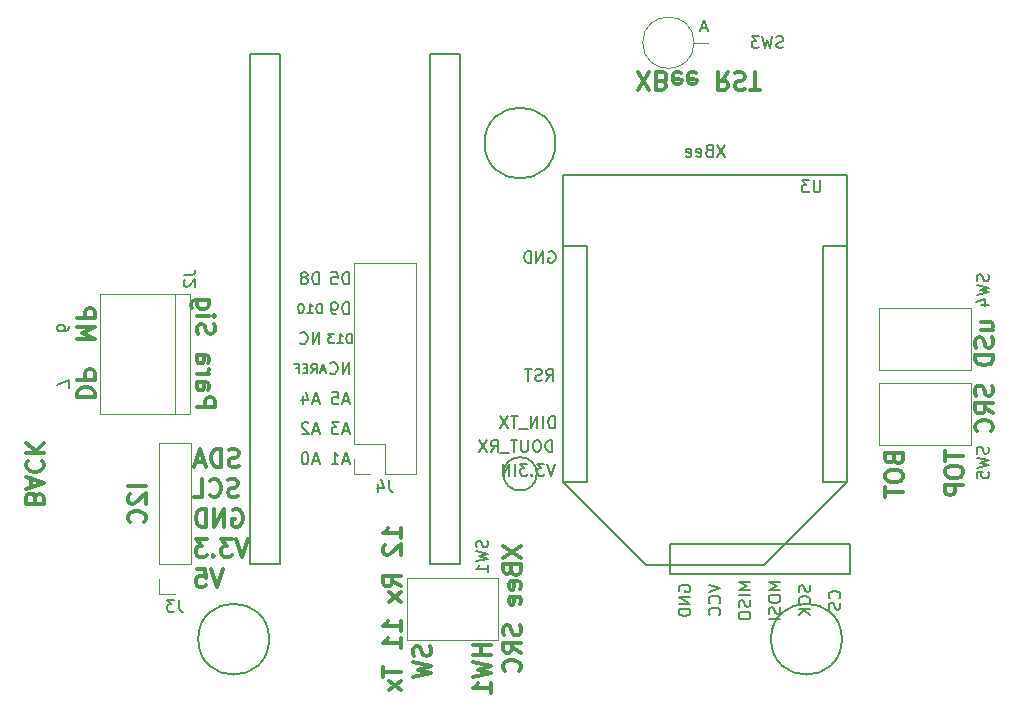
<source format=gbr>
G04 #@! TF.GenerationSoftware,KiCad,Pcbnew,(5.0.0)*
G04 #@! TF.CreationDate,2018-08-26T02:27:25+09:00*
G04 #@! TF.ProjectId,core,636F72652E6B696361645F7063620000,rev?*
G04 #@! TF.SameCoordinates,Original*
G04 #@! TF.FileFunction,Legend,Bot*
G04 #@! TF.FilePolarity,Positive*
%FSLAX46Y46*%
G04 Gerber Fmt 4.6, Leading zero omitted, Abs format (unit mm)*
G04 Created by KiCad (PCBNEW (5.0.0)) date 08/26/18 02:27:25*
%MOMM*%
%LPD*%
G01*
G04 APERTURE LIST*
%ADD10C,0.200000*%
%ADD11C,0.300000*%
%ADD12C,0.150000*%
%ADD13C,0.120000*%
G04 APERTURE END LIST*
D10*
X-14501904Y13517619D02*
X-14501904Y14517619D01*
X-14740000Y14517619D01*
X-14882857Y14470000D01*
X-14978095Y14374761D01*
X-15025714Y14279523D01*
X-15073333Y14089047D01*
X-15073333Y13946190D01*
X-15025714Y13755714D01*
X-14978095Y13660476D01*
X-14882857Y13565238D01*
X-14740000Y13517619D01*
X-14501904Y13517619D01*
X-15549523Y13517619D02*
X-15740000Y13517619D01*
X-15835238Y13565238D01*
X-15882857Y13612857D01*
X-15978095Y13755714D01*
X-16025714Y13946190D01*
X-16025714Y14327142D01*
X-15978095Y14422380D01*
X-15930476Y14470000D01*
X-15835238Y14517619D01*
X-15644761Y14517619D01*
X-15549523Y14470000D01*
X-15501904Y14422380D01*
X-15454285Y14327142D01*
X-15454285Y14089047D01*
X-15501904Y13993809D01*
X-15549523Y13946190D01*
X-15644761Y13898571D01*
X-15835238Y13898571D01*
X-15930476Y13946190D01*
X-15978095Y13993809D01*
X-16025714Y14089047D01*
X-14501904Y16057619D02*
X-14501904Y17057619D01*
X-14740000Y17057619D01*
X-14882857Y17010000D01*
X-14978095Y16914761D01*
X-15025714Y16819523D01*
X-15073333Y16629047D01*
X-15073333Y16486190D01*
X-15025714Y16295714D01*
X-14978095Y16200476D01*
X-14882857Y16105238D01*
X-14740000Y16057619D01*
X-14501904Y16057619D01*
X-15978095Y17057619D02*
X-15501904Y17057619D01*
X-15454285Y16581428D01*
X-15501904Y16629047D01*
X-15597142Y16676666D01*
X-15835238Y16676666D01*
X-15930476Y16629047D01*
X-15978095Y16581428D01*
X-16025714Y16486190D01*
X-16025714Y16248095D01*
X-15978095Y16152857D01*
X-15930476Y16105238D01*
X-15835238Y16057619D01*
X-15597142Y16057619D01*
X-15501904Y16105238D01*
X-15454285Y16152857D01*
X-17041904Y16057619D02*
X-17041904Y17057619D01*
X-17280000Y17057619D01*
X-17422857Y17010000D01*
X-17518095Y16914761D01*
X-17565714Y16819523D01*
X-17613333Y16629047D01*
X-17613333Y16486190D01*
X-17565714Y16295714D01*
X-17518095Y16200476D01*
X-17422857Y16105238D01*
X-17280000Y16057619D01*
X-17041904Y16057619D01*
X-18184761Y16629047D02*
X-18089523Y16676666D01*
X-18041904Y16724285D01*
X-17994285Y16819523D01*
X-17994285Y16867142D01*
X-18041904Y16962380D01*
X-18089523Y17010000D01*
X-18184761Y17057619D01*
X-18375238Y17057619D01*
X-18470476Y17010000D01*
X-18518095Y16962380D01*
X-18565714Y16867142D01*
X-18565714Y16819523D01*
X-18518095Y16724285D01*
X-18470476Y16676666D01*
X-18375238Y16629047D01*
X-18184761Y16629047D01*
X-18089523Y16581428D01*
X-18041904Y16533809D01*
X-17994285Y16438571D01*
X-17994285Y16248095D01*
X-18041904Y16152857D01*
X-18089523Y16105238D01*
X-18184761Y16057619D01*
X-18375238Y16057619D01*
X-18470476Y16105238D01*
X-18518095Y16152857D01*
X-18565714Y16248095D01*
X-18565714Y16438571D01*
X-18518095Y16533809D01*
X-18470476Y16581428D01*
X-18375238Y16629047D01*
X-14268571Y11068095D02*
X-14268571Y11868095D01*
X-14459047Y11868095D01*
X-14573333Y11830000D01*
X-14649523Y11753809D01*
X-14687619Y11677619D01*
X-14725714Y11525238D01*
X-14725714Y11410952D01*
X-14687619Y11258571D01*
X-14649523Y11182380D01*
X-14573333Y11106190D01*
X-14459047Y11068095D01*
X-14268571Y11068095D01*
X-15487619Y11068095D02*
X-15030476Y11068095D01*
X-15259047Y11068095D02*
X-15259047Y11868095D01*
X-15182857Y11753809D01*
X-15106666Y11677619D01*
X-15030476Y11639523D01*
X-15754285Y11868095D02*
X-16249523Y11868095D01*
X-15982857Y11563333D01*
X-16097142Y11563333D01*
X-16173333Y11525238D01*
X-16211428Y11487142D01*
X-16249523Y11410952D01*
X-16249523Y11220476D01*
X-16211428Y11144285D01*
X-16173333Y11106190D01*
X-16097142Y11068095D01*
X-15868571Y11068095D01*
X-15792380Y11106190D01*
X-15754285Y11144285D01*
X-14454285Y8437619D02*
X-14454285Y9437619D01*
X-15025714Y8437619D01*
X-15025714Y9437619D01*
X-16073333Y8532857D02*
X-16025714Y8485238D01*
X-15882857Y8437619D01*
X-15787619Y8437619D01*
X-15644761Y8485238D01*
X-15549523Y8580476D01*
X-15501904Y8675714D01*
X-15454285Y8866190D01*
X-15454285Y9009047D01*
X-15501904Y9199523D01*
X-15549523Y9294761D01*
X-15644761Y9390000D01*
X-15787619Y9437619D01*
X-15882857Y9437619D01*
X-16025714Y9390000D01*
X-16073333Y9342380D01*
X-16994285Y10977619D02*
X-16994285Y11977619D01*
X-17565714Y10977619D01*
X-17565714Y11977619D01*
X-18613333Y11072857D02*
X-18565714Y11025238D01*
X-18422857Y10977619D01*
X-18327619Y10977619D01*
X-18184761Y11025238D01*
X-18089523Y11120476D01*
X-18041904Y11215714D01*
X-17994285Y11406190D01*
X-17994285Y11549047D01*
X-18041904Y11739523D01*
X-18089523Y11834761D01*
X-18184761Y11930000D01*
X-18327619Y11977619D01*
X-18422857Y11977619D01*
X-18565714Y11930000D01*
X-18613333Y11882380D01*
X-16808571Y13608095D02*
X-16808571Y14408095D01*
X-16999047Y14408095D01*
X-17113333Y14370000D01*
X-17189523Y14293809D01*
X-17227619Y14217619D01*
X-17265714Y14065238D01*
X-17265714Y13950952D01*
X-17227619Y13798571D01*
X-17189523Y13722380D01*
X-17113333Y13646190D01*
X-16999047Y13608095D01*
X-16808571Y13608095D01*
X-18027619Y13608095D02*
X-17570476Y13608095D01*
X-17799047Y13608095D02*
X-17799047Y14408095D01*
X-17722857Y14293809D01*
X-17646666Y14217619D01*
X-17570476Y14179523D01*
X-18522857Y14408095D02*
X-18599047Y14408095D01*
X-18675238Y14370000D01*
X-18713333Y14331904D01*
X-18751428Y14255714D01*
X-18789523Y14103333D01*
X-18789523Y13912857D01*
X-18751428Y13760476D01*
X-18713333Y13684285D01*
X-18675238Y13646190D01*
X-18599047Y13608095D01*
X-18522857Y13608095D01*
X-18446666Y13646190D01*
X-18408571Y13684285D01*
X-18370476Y13760476D01*
X-18332380Y13912857D01*
X-18332380Y14103333D01*
X-18370476Y14255714D01*
X-18408571Y14331904D01*
X-18446666Y14370000D01*
X-18522857Y14408095D01*
X-16484761Y8756666D02*
X-16865714Y8756666D01*
X-16408571Y8528095D02*
X-16675238Y9328095D01*
X-16941904Y8528095D01*
X-17665714Y8528095D02*
X-17399047Y8909047D01*
X-17208571Y8528095D02*
X-17208571Y9328095D01*
X-17513333Y9328095D01*
X-17589523Y9290000D01*
X-17627619Y9251904D01*
X-17665714Y9175714D01*
X-17665714Y9061428D01*
X-17627619Y8985238D01*
X-17589523Y8947142D01*
X-17513333Y8909047D01*
X-17208571Y8909047D01*
X-18008571Y8947142D02*
X-18275238Y8947142D01*
X-18389523Y8528095D02*
X-18008571Y8528095D01*
X-18008571Y9328095D01*
X-18389523Y9328095D01*
X-18999047Y8947142D02*
X-18732380Y8947142D01*
X-18732380Y8528095D02*
X-18732380Y9328095D01*
X-19113333Y9328095D01*
D11*
X-25173571Y-8068571D02*
X-25673571Y-9568571D01*
X-26173571Y-8068571D01*
X-27387857Y-8068571D02*
X-26673571Y-8068571D01*
X-26602142Y-8782857D01*
X-26673571Y-8711428D01*
X-26816428Y-8640000D01*
X-27173571Y-8640000D01*
X-27316428Y-8711428D01*
X-27387857Y-8782857D01*
X-27459285Y-8925714D01*
X-27459285Y-9282857D01*
X-27387857Y-9425714D01*
X-27316428Y-9497142D01*
X-27173571Y-9568571D01*
X-26816428Y-9568571D01*
X-26673571Y-9497142D01*
X-26602142Y-9425714D01*
D10*
X-38187380Y12542808D02*
X-38187380Y12352332D01*
X-38235000Y12257093D01*
X-38282619Y12209474D01*
X-38425476Y12114236D01*
X-38615952Y12066617D01*
X-38996904Y12066617D01*
X-39092142Y12114236D01*
X-39139761Y12161855D01*
X-39187380Y12257093D01*
X-39187380Y12447570D01*
X-39139761Y12542808D01*
X-39092142Y12590427D01*
X-38996904Y12638046D01*
X-38758809Y12638046D01*
X-38663571Y12590427D01*
X-38615952Y12542808D01*
X-38568333Y12447570D01*
X-38568333Y12257093D01*
X-38615952Y12161855D01*
X-38663571Y12114236D01*
X-38758809Y12066617D01*
X-38187380Y7286666D02*
X-38187380Y7953333D01*
X-39187380Y7524761D01*
X3000000Y28000000D02*
G75*
G03X3000000Y28000000I-3000000J0D01*
G01*
X27248711Y-13999999D02*
G75*
G03X27248711Y-13999999I-3000000J0D01*
G01*
X-21248711Y-13999999D02*
G75*
G03X-21248711Y-13999999I-3000000J0D01*
G01*
X-14525714Y6183333D02*
X-15001904Y6183333D01*
X-14430476Y5897619D02*
X-14763809Y6897619D01*
X-15097142Y5897619D01*
X-15906666Y6897619D02*
X-15430476Y6897619D01*
X-15382857Y6421428D01*
X-15430476Y6469047D01*
X-15525714Y6516666D01*
X-15763809Y6516666D01*
X-15859047Y6469047D01*
X-15906666Y6421428D01*
X-15954285Y6326190D01*
X-15954285Y6088095D01*
X-15906666Y5992857D01*
X-15859047Y5945238D01*
X-15763809Y5897619D01*
X-15525714Y5897619D01*
X-15430476Y5945238D01*
X-15382857Y5992857D01*
X-17065714Y6183333D02*
X-17541904Y6183333D01*
X-16970476Y5897619D02*
X-17303809Y6897619D01*
X-17637142Y5897619D01*
X-18399047Y6564285D02*
X-18399047Y5897619D01*
X-18160952Y6945238D02*
X-17922857Y6230952D01*
X-18541904Y6230952D01*
X-17065714Y3643333D02*
X-17541904Y3643333D01*
X-16970476Y3357619D02*
X-17303809Y4357619D01*
X-17637142Y3357619D01*
X-17922857Y4262380D02*
X-17970476Y4310000D01*
X-18065714Y4357619D01*
X-18303809Y4357619D01*
X-18399047Y4310000D01*
X-18446666Y4262380D01*
X-18494285Y4167142D01*
X-18494285Y4071904D01*
X-18446666Y3929047D01*
X-17875238Y3357619D01*
X-18494285Y3357619D01*
X-14525714Y3643333D02*
X-15001904Y3643333D01*
X-14430476Y3357619D02*
X-14763809Y4357619D01*
X-15097142Y3357619D01*
X-15335238Y4357619D02*
X-15954285Y4357619D01*
X-15620952Y3976666D01*
X-15763809Y3976666D01*
X-15859047Y3929047D01*
X-15906666Y3881428D01*
X-15954285Y3786190D01*
X-15954285Y3548095D01*
X-15906666Y3452857D01*
X-15859047Y3405238D01*
X-15763809Y3357619D01*
X-15478095Y3357619D01*
X-15382857Y3405238D01*
X-15335238Y3452857D01*
X-14525714Y1103333D02*
X-15001904Y1103333D01*
X-14430476Y817619D02*
X-14763809Y1817619D01*
X-15097142Y817619D01*
X-15954285Y817619D02*
X-15382857Y817619D01*
X-15668571Y817619D02*
X-15668571Y1817619D01*
X-15573333Y1674761D01*
X-15478095Y1579523D01*
X-15382857Y1531904D01*
X-17065714Y1103333D02*
X-17541904Y1103333D01*
X-16970476Y817619D02*
X-17303809Y1817619D01*
X-17637142Y817619D01*
X-18160952Y1817619D02*
X-18256190Y1817619D01*
X-18351428Y1770000D01*
X-18399047Y1722380D01*
X-18446666Y1627142D01*
X-18494285Y1436666D01*
X-18494285Y1198571D01*
X-18446666Y1008095D01*
X-18399047Y912857D01*
X-18351428Y865238D01*
X-18256190Y817619D01*
X-18160952Y817619D01*
X-18065714Y865238D01*
X-18018095Y912857D01*
X-17970476Y1008095D01*
X-17922857Y1198571D01*
X-17922857Y1436666D01*
X-17970476Y1627142D01*
X-18018095Y1722380D01*
X-18065714Y1770000D01*
X-18160952Y1817619D01*
D11*
X-41040857Y-2035714D02*
X-41112285Y-1821428D01*
X-41183714Y-1750000D01*
X-41326571Y-1678571D01*
X-41540857Y-1678571D01*
X-41683714Y-1750000D01*
X-41755142Y-1821428D01*
X-41826571Y-1964285D01*
X-41826571Y-2535714D01*
X-40326571Y-2535714D01*
X-40326571Y-2035714D01*
X-40398000Y-1892857D01*
X-40469428Y-1821428D01*
X-40612285Y-1750000D01*
X-40755142Y-1750000D01*
X-40898000Y-1821428D01*
X-40969428Y-1892857D01*
X-41040857Y-2035714D01*
X-41040857Y-2535714D01*
X-41398000Y-1107142D02*
X-41398000Y-392857D01*
X-41826571Y-1249999D02*
X-40326571Y-750000D01*
X-41826571Y-249999D01*
X-41683714Y1107142D02*
X-41755142Y1035714D01*
X-41826571Y821428D01*
X-41826571Y678571D01*
X-41755142Y464285D01*
X-41612285Y321428D01*
X-41469428Y250000D01*
X-41183714Y178571D01*
X-40969428Y178571D01*
X-40683714Y249999D01*
X-40540857Y321428D01*
X-40398000Y464285D01*
X-40326571Y678571D01*
X-40326571Y821428D01*
X-40398000Y1035714D01*
X-40469428Y1107142D01*
X-41826571Y1750000D02*
X-40326571Y1749999D01*
X-41826571Y2607142D02*
X-40969428Y1964285D01*
X-40326571Y2607142D02*
X-41183714Y1750000D01*
X9957142Y32503571D02*
X10957142Y34003571D01*
X10957142Y32503571D02*
X9957142Y34003571D01*
X12028571Y33217857D02*
X12242857Y33289285D01*
X12314285Y33360714D01*
X12385714Y33503571D01*
X12385714Y33717857D01*
X12314285Y33860714D01*
X12242857Y33932142D01*
X12100000Y34003571D01*
X11528571Y34003571D01*
X11528571Y32503571D01*
X12028571Y32503571D01*
X12171428Y32575000D01*
X12242857Y32646428D01*
X12314285Y32789285D01*
X12314285Y32932142D01*
X12242857Y33075000D01*
X12171428Y33146428D01*
X12028571Y33217857D01*
X11528571Y33217857D01*
X13600000Y33932142D02*
X13457142Y34003571D01*
X13171428Y34003571D01*
X13028571Y33932142D01*
X12957142Y33789285D01*
X12957142Y33217857D01*
X13028571Y33075000D01*
X13171428Y33003571D01*
X13457142Y33003571D01*
X13600000Y33075000D01*
X13671428Y33217857D01*
X13671428Y33360714D01*
X12957142Y33503571D01*
X14885714Y33932142D02*
X14742857Y34003571D01*
X14457142Y34003571D01*
X14314285Y33932142D01*
X14242857Y33789285D01*
X14242857Y33217857D01*
X14314285Y33075000D01*
X14457142Y33003571D01*
X14742857Y33003571D01*
X14885714Y33075000D01*
X14957142Y33217857D01*
X14957142Y33360714D01*
X14242857Y33503571D01*
X17600000Y34003571D02*
X17100000Y33289285D01*
X16742857Y34003571D02*
X16742857Y32503571D01*
X17314285Y32503571D01*
X17457142Y32575000D01*
X17528571Y32646428D01*
X17600000Y32789285D01*
X17600000Y33003571D01*
X17528571Y33146428D01*
X17457142Y33217857D01*
X17314285Y33289285D01*
X16742857Y33289285D01*
X18171428Y33932142D02*
X18385714Y34003571D01*
X18742857Y34003571D01*
X18885714Y33932142D01*
X18957142Y33860714D01*
X19028571Y33717857D01*
X19028571Y33575000D01*
X18957142Y33432142D01*
X18885714Y33360714D01*
X18742857Y33289285D01*
X18457142Y33217857D01*
X18314285Y33146428D01*
X18242857Y33075000D01*
X18171428Y32932142D01*
X18171428Y32789285D01*
X18242857Y32646428D01*
X18314285Y32575000D01*
X18457142Y32503571D01*
X18814285Y32503571D01*
X19028571Y32575000D01*
X19457142Y32503571D02*
X20314285Y32503571D01*
X19885714Y34003571D02*
X19885714Y32503571D01*
X-10116428Y-5465714D02*
X-10116428Y-4608571D01*
X-10116428Y-5037142D02*
X-11616428Y-5037142D01*
X-11402142Y-4894285D01*
X-11259285Y-4751428D01*
X-11187857Y-4608571D01*
X-11473571Y-6037142D02*
X-11545000Y-6108571D01*
X-11616428Y-6251428D01*
X-11616428Y-6608571D01*
X-11545000Y-6751428D01*
X-11473571Y-6822857D01*
X-11330714Y-6894285D01*
X-11187857Y-6894285D01*
X-10973571Y-6822857D01*
X-10116428Y-5965714D01*
X-10116428Y-6894285D01*
X-10116428Y-9537142D02*
X-10830714Y-9037142D01*
X-10116428Y-8679999D02*
X-11616428Y-8679999D01*
X-11616428Y-9251428D01*
X-11545000Y-9394285D01*
X-11473571Y-9465714D01*
X-11330714Y-9537142D01*
X-11116428Y-9537142D01*
X-10973571Y-9465714D01*
X-10902142Y-9394285D01*
X-10830714Y-9251428D01*
X-10830714Y-8679999D01*
X-10116428Y-10037142D02*
X-11116428Y-10822857D01*
X-11116428Y-10037142D02*
X-10116428Y-10822857D01*
X-10116428Y-13322857D02*
X-10116428Y-12465714D01*
X-10116428Y-12894285D02*
X-11616428Y-12894285D01*
X-11402142Y-12751428D01*
X-11259285Y-12608571D01*
X-11187857Y-12465714D01*
X-10116428Y-14751428D02*
X-10116428Y-13894285D01*
X-10116428Y-14322857D02*
X-11616428Y-14322857D01*
X-11402142Y-14179999D01*
X-11259285Y-14037142D01*
X-11187857Y-13894285D01*
X-11616428Y-16322857D02*
X-11616428Y-17180000D01*
X-10116428Y-16751428D02*
X-11616428Y-16751428D01*
X-10116428Y-17537142D02*
X-11116428Y-18322857D01*
X-11116428Y-17537142D02*
X-10116428Y-18322857D01*
X-7647857Y-14589285D02*
X-7576428Y-14803571D01*
X-7576428Y-15160714D01*
X-7647857Y-15303571D01*
X-7719285Y-15375000D01*
X-7862142Y-15446428D01*
X-8005000Y-15446428D01*
X-8147857Y-15375000D01*
X-8219285Y-15303571D01*
X-8290714Y-15160714D01*
X-8362142Y-14875000D01*
X-8433571Y-14732142D01*
X-8505000Y-14660714D01*
X-8647857Y-14589285D01*
X-8790714Y-14589285D01*
X-8933571Y-14660714D01*
X-9005000Y-14732142D01*
X-9076428Y-14875000D01*
X-9076428Y-15232142D01*
X-9005000Y-15446428D01*
X-9076428Y-15946428D02*
X-7576428Y-16303571D01*
X-8647857Y-16589285D01*
X-7576428Y-16875000D01*
X-9076428Y-17232142D01*
X-2496428Y-14510000D02*
X-3996428Y-14510000D01*
X-3282142Y-14510000D02*
X-3282142Y-15367142D01*
X-2496428Y-15367142D02*
X-3996428Y-15367142D01*
X-3996428Y-15938571D02*
X-2496428Y-16295714D01*
X-3567857Y-16581428D01*
X-2496428Y-16867142D01*
X-3996428Y-17224285D01*
X-2496428Y-18581428D02*
X-2496428Y-17724285D01*
X-2496428Y-18152857D02*
X-3996428Y-18152857D01*
X-3782142Y-18010000D01*
X-3639285Y-17867142D01*
X-3567857Y-17724285D01*
X-1456428Y-6108571D02*
X43571Y-7108571D01*
X-1456428Y-7108571D02*
X43571Y-6108571D01*
X-742142Y-8179999D02*
X-670714Y-8394285D01*
X-599285Y-8465714D01*
X-456428Y-8537142D01*
X-242142Y-8537142D01*
X-99285Y-8465714D01*
X-27857Y-8394285D01*
X43571Y-8251428D01*
X43571Y-7679999D01*
X-1456428Y-7679999D01*
X-1456428Y-8179999D01*
X-1384999Y-8322857D01*
X-1313571Y-8394285D01*
X-1170714Y-8465714D01*
X-1027857Y-8465714D01*
X-884999Y-8394285D01*
X-813571Y-8322857D01*
X-742142Y-8179999D01*
X-742142Y-7679999D01*
X-27857Y-9751428D02*
X43571Y-9608571D01*
X43571Y-9322857D01*
X-27857Y-9180000D01*
X-170714Y-9108571D01*
X-742142Y-9108571D01*
X-884999Y-9180000D01*
X-956428Y-9322857D01*
X-956428Y-9608571D01*
X-884999Y-9751428D01*
X-742142Y-9822857D01*
X-599285Y-9822857D01*
X-456428Y-9108571D01*
X-27857Y-11037142D02*
X43571Y-10894285D01*
X43571Y-10608571D01*
X-27857Y-10465714D01*
X-170714Y-10394285D01*
X-742142Y-10394285D01*
X-885000Y-10465714D01*
X-956428Y-10608571D01*
X-956428Y-10894285D01*
X-885000Y-11037142D01*
X-742142Y-11108571D01*
X-599285Y-11108571D01*
X-456428Y-10394285D01*
X-27857Y-12822857D02*
X43571Y-13037142D01*
X43571Y-13394285D01*
X-27857Y-13537142D01*
X-99285Y-13608571D01*
X-242142Y-13680000D01*
X-385000Y-13680000D01*
X-527857Y-13608571D01*
X-599285Y-13537142D01*
X-670714Y-13394285D01*
X-742142Y-13108571D01*
X-813571Y-12965714D01*
X-885000Y-12894285D01*
X-1027857Y-12822857D01*
X-1170714Y-12822857D01*
X-1313571Y-12894285D01*
X-1385000Y-12965714D01*
X-1456428Y-13108571D01*
X-1456428Y-13465714D01*
X-1385000Y-13680000D01*
X43571Y-15179999D02*
X-670714Y-14679999D01*
X43571Y-14322857D02*
X-1456428Y-14322857D01*
X-1456428Y-14894285D01*
X-1385000Y-15037142D01*
X-1313571Y-15108571D01*
X-1170714Y-15179999D01*
X-956428Y-15179999D01*
X-813571Y-15108571D01*
X-742142Y-15037142D01*
X-670714Y-14894285D01*
X-670714Y-14322857D01*
X-99285Y-16679999D02*
X-27857Y-16608571D01*
X43571Y-16394285D01*
X43571Y-16251428D01*
X-27857Y-16037142D01*
X-170714Y-15894285D01*
X-313571Y-15822857D01*
X-599285Y-15751428D01*
X-813571Y-15751428D01*
X-1099285Y-15822857D01*
X-1242142Y-15894285D01*
X-1385000Y-16037142D01*
X-1456428Y-16251428D01*
X-1456428Y-16394285D01*
X-1385000Y-16608571D01*
X-1313571Y-16679999D01*
X31642857Y1250000D02*
X31714285Y1035714D01*
X31785714Y964285D01*
X31928571Y892857D01*
X32142857Y892857D01*
X32285714Y964285D01*
X32357142Y1035714D01*
X32428571Y1178571D01*
X32428571Y1750000D01*
X30928571Y1750000D01*
X30928571Y1250000D01*
X31000000Y1107142D01*
X31071428Y1035714D01*
X31214285Y964285D01*
X31357142Y964285D01*
X31500000Y1035714D01*
X31571428Y1107142D01*
X31642857Y1250000D01*
X31642857Y1750000D01*
X30928571Y-35714D02*
X30928571Y-321428D01*
X31000000Y-464285D01*
X31142857Y-607142D01*
X31428571Y-678571D01*
X31928571Y-678571D01*
X32214285Y-607142D01*
X32357142Y-464285D01*
X32428571Y-321428D01*
X32428571Y-35714D01*
X32357142Y107142D01*
X32214285Y249999D01*
X31928571Y321428D01*
X31428571Y321428D01*
X31142857Y250000D01*
X31000000Y107142D01*
X30928571Y-35714D01*
X30928571Y-1107142D02*
X30928571Y-1964285D01*
X32428571Y-1535714D02*
X30928571Y-1535714D01*
X36008571Y1964285D02*
X36008571Y1107142D01*
X37508571Y1535714D02*
X36008571Y1535714D01*
X36008571Y321428D02*
X36008571Y35714D01*
X36080000Y-107142D01*
X36222857Y-249999D01*
X36508571Y-321428D01*
X37008571Y-321428D01*
X37294285Y-250000D01*
X37437142Y-107142D01*
X37508571Y35714D01*
X37508571Y321428D01*
X37437142Y464285D01*
X37294285Y607142D01*
X37008571Y678571D01*
X36508571Y678571D01*
X36222857Y607142D01*
X36080000Y464285D01*
X36008571Y321428D01*
X37508571Y-964285D02*
X36008571Y-964285D01*
X36008571Y-1535714D01*
X36080000Y-1678571D01*
X36151428Y-1750000D01*
X36294285Y-1821428D01*
X36508571Y-1821428D01*
X36651428Y-1750000D01*
X36722857Y-1678571D01*
X36794285Y-1535714D01*
X36794285Y-964285D01*
X39048571Y12183571D02*
X40048571Y12183571D01*
X39048571Y12826428D02*
X39834285Y12826428D01*
X39977142Y12755000D01*
X40048571Y12612142D01*
X40048571Y12397857D01*
X39977142Y12255000D01*
X39905714Y12183571D01*
X39977142Y11540714D02*
X40048571Y11326428D01*
X40048571Y10969285D01*
X39977142Y10826428D01*
X39905714Y10755000D01*
X39762857Y10683571D01*
X39620000Y10683571D01*
X39477142Y10755000D01*
X39405714Y10826428D01*
X39334285Y10969285D01*
X39262857Y11255000D01*
X39191428Y11397857D01*
X39120000Y11469285D01*
X38977142Y11540714D01*
X38834285Y11540714D01*
X38691428Y11469285D01*
X38620000Y11397857D01*
X38548571Y11255000D01*
X38548571Y10897857D01*
X38620000Y10683571D01*
X40048571Y10040714D02*
X38548571Y10040714D01*
X38548571Y9683571D01*
X38620000Y9469285D01*
X38762857Y9326428D01*
X38905714Y9255000D01*
X39191428Y9183571D01*
X39405714Y9183571D01*
X39691428Y9255000D01*
X39834285Y9326428D01*
X39977142Y9469285D01*
X40048571Y9683571D01*
X40048571Y10040714D01*
X39977142Y7469285D02*
X40048571Y7255000D01*
X40048571Y6897857D01*
X39977142Y6755000D01*
X39905714Y6683571D01*
X39762857Y6612142D01*
X39620000Y6612142D01*
X39477142Y6683571D01*
X39405714Y6755000D01*
X39334285Y6897857D01*
X39262857Y7183571D01*
X39191428Y7326428D01*
X39120000Y7397857D01*
X38977142Y7469285D01*
X38834285Y7469285D01*
X38691428Y7397857D01*
X38620000Y7326428D01*
X38548571Y7183571D01*
X38548571Y6826428D01*
X38620000Y6612142D01*
X40048571Y5112142D02*
X39334285Y5612142D01*
X40048571Y5969285D02*
X38548571Y5969285D01*
X38548571Y5397857D01*
X38620000Y5255000D01*
X38691428Y5183571D01*
X38834285Y5112142D01*
X39048571Y5112142D01*
X39191428Y5183571D01*
X39262857Y5255000D01*
X39334285Y5397857D01*
X39334285Y5969285D01*
X39905714Y3612142D02*
X39977142Y3683571D01*
X40048571Y3897857D01*
X40048571Y4040714D01*
X39977142Y4255000D01*
X39834285Y4397857D01*
X39691428Y4469285D01*
X39405714Y4540714D01*
X39191428Y4540714D01*
X38905714Y4469285D01*
X38762857Y4397857D01*
X38620000Y4255000D01*
X38548571Y4040714D01*
X38548571Y3897857D01*
X38620000Y3683571D01*
X38691428Y3612142D01*
X-23816428Y662857D02*
X-24030714Y591428D01*
X-24387857Y591428D01*
X-24530714Y662857D01*
X-24602142Y734285D01*
X-24673571Y877142D01*
X-24673571Y1020000D01*
X-24602142Y1162857D01*
X-24530714Y1234285D01*
X-24387857Y1305714D01*
X-24102142Y1377142D01*
X-23959285Y1448571D01*
X-23887857Y1520000D01*
X-23816428Y1662857D01*
X-23816428Y1805714D01*
X-23887857Y1948571D01*
X-23959285Y2020000D01*
X-24102142Y2091428D01*
X-24459285Y2091428D01*
X-24673571Y2020000D01*
X-25316428Y591428D02*
X-25316428Y2091428D01*
X-25673571Y2091428D01*
X-25887857Y2020000D01*
X-26030714Y1877142D01*
X-26102142Y1734285D01*
X-26173571Y1448571D01*
X-26173571Y1234285D01*
X-26102142Y948571D01*
X-26030714Y805714D01*
X-25887857Y662857D01*
X-25673571Y591428D01*
X-25316428Y591428D01*
X-26745000Y1020000D02*
X-27459285Y1020000D01*
X-26602142Y591428D02*
X-27102142Y2091428D01*
X-27602142Y591428D01*
X-23887857Y-1877142D02*
X-24102142Y-1948571D01*
X-24459285Y-1948571D01*
X-24602142Y-1877142D01*
X-24673571Y-1805714D01*
X-24745000Y-1662857D01*
X-24745000Y-1520000D01*
X-24673571Y-1377142D01*
X-24602142Y-1305714D01*
X-24459285Y-1234285D01*
X-24173571Y-1162857D01*
X-24030714Y-1091428D01*
X-23959285Y-1020000D01*
X-23887857Y-877142D01*
X-23887857Y-734285D01*
X-23959285Y-591428D01*
X-24030714Y-520000D01*
X-24173571Y-448571D01*
X-24530714Y-448571D01*
X-24745000Y-520000D01*
X-26245000Y-1805714D02*
X-26173571Y-1877142D01*
X-25959285Y-1948571D01*
X-25816428Y-1948571D01*
X-25602142Y-1877142D01*
X-25459285Y-1734285D01*
X-25387857Y-1591428D01*
X-25316428Y-1305714D01*
X-25316428Y-1091428D01*
X-25387857Y-805714D01*
X-25459285Y-662857D01*
X-25602142Y-520000D01*
X-25816428Y-448571D01*
X-25959285Y-448571D01*
X-26173571Y-520000D01*
X-26245000Y-591428D01*
X-27602142Y-1948571D02*
X-26887857Y-1948571D01*
X-26887857Y-448571D01*
X-24316428Y-3060000D02*
X-24173571Y-2988571D01*
X-23959285Y-2988571D01*
X-23745000Y-3060000D01*
X-23602142Y-3202857D01*
X-23530714Y-3345714D01*
X-23459285Y-3631428D01*
X-23459285Y-3845714D01*
X-23530714Y-4131428D01*
X-23602142Y-4274285D01*
X-23745000Y-4417142D01*
X-23959285Y-4488571D01*
X-24102142Y-4488571D01*
X-24316428Y-4417142D01*
X-24387857Y-4345714D01*
X-24387857Y-3845714D01*
X-24102142Y-3845714D01*
X-25030714Y-4488571D02*
X-25030714Y-2988571D01*
X-25887857Y-4488571D01*
X-25887857Y-2988571D01*
X-26602142Y-4488571D02*
X-26602142Y-2988571D01*
X-26959285Y-2988571D01*
X-27173571Y-3060000D01*
X-27316428Y-3202857D01*
X-27387857Y-3345714D01*
X-27459285Y-3631428D01*
X-27459285Y-3845714D01*
X-27387857Y-4131428D01*
X-27316428Y-4274285D01*
X-27173571Y-4417142D01*
X-26959285Y-4488571D01*
X-26602142Y-4488571D01*
X-23030714Y-5528571D02*
X-23530714Y-7028571D01*
X-24030714Y-5528571D01*
X-24387857Y-5528571D02*
X-25316428Y-5528571D01*
X-24816428Y-6100000D01*
X-25030714Y-6100000D01*
X-25173571Y-6171428D01*
X-25245000Y-6242857D01*
X-25316428Y-6385714D01*
X-25316428Y-6742857D01*
X-25245000Y-6885714D01*
X-25173571Y-6957142D01*
X-25030714Y-7028571D01*
X-24602142Y-7028571D01*
X-24459285Y-6957142D01*
X-24387857Y-6885714D01*
X-25959285Y-6885714D02*
X-26030714Y-6957142D01*
X-25959285Y-7028571D01*
X-25887857Y-6957142D01*
X-25959285Y-6885714D01*
X-25959285Y-7028571D01*
X-26530714Y-5528571D02*
X-27459285Y-5528571D01*
X-26959285Y-6100000D01*
X-27173571Y-6100000D01*
X-27316428Y-6171428D01*
X-27387857Y-6242857D01*
X-27459285Y-6385714D01*
X-27459285Y-6742857D01*
X-27387857Y-6885714D01*
X-27316428Y-6957142D01*
X-27173571Y-7028571D01*
X-26745000Y-7028571D01*
X-26602142Y-6957142D01*
X-26530714Y-6885714D01*
X-31706428Y-1075714D02*
X-33206428Y-1075714D01*
X-33063571Y-1718571D02*
X-33135000Y-1790000D01*
X-33206428Y-1932857D01*
X-33206428Y-2290000D01*
X-33135000Y-2432857D01*
X-33063571Y-2504285D01*
X-32920714Y-2575714D01*
X-32777857Y-2575714D01*
X-32563571Y-2504285D01*
X-31706428Y-1647142D01*
X-31706428Y-2575714D01*
X-31849285Y-4075714D02*
X-31777857Y-4004285D01*
X-31706428Y-3790000D01*
X-31706428Y-3647142D01*
X-31777857Y-3432857D01*
X-31920714Y-3290000D01*
X-32063571Y-3218571D01*
X-32349285Y-3147142D01*
X-32563571Y-3147142D01*
X-32849285Y-3218571D01*
X-32992142Y-3290000D01*
X-33135000Y-3432857D01*
X-33206428Y-3647142D01*
X-33206428Y-3790000D01*
X-33135000Y-4004285D01*
X-33063571Y-4075714D01*
D12*
X1414214Y0D02*
G75*
G03X1414214Y0I-1414214J0D01*
G01*
D11*
X-27348571Y5624285D02*
X-25848571Y5624285D01*
X-25848571Y6195714D01*
X-25920000Y6338571D01*
X-25991428Y6410000D01*
X-26134285Y6481428D01*
X-26348571Y6481428D01*
X-26491428Y6410000D01*
X-26562857Y6338571D01*
X-26634285Y6195714D01*
X-26634285Y5624285D01*
X-27348571Y7767142D02*
X-26562857Y7767142D01*
X-26420000Y7695714D01*
X-26348571Y7552857D01*
X-26348571Y7267142D01*
X-26420000Y7124285D01*
X-27277142Y7767142D02*
X-27348571Y7624285D01*
X-27348571Y7267142D01*
X-27277142Y7124285D01*
X-27134285Y7052857D01*
X-26991428Y7052857D01*
X-26848571Y7124285D01*
X-26777142Y7267142D01*
X-26777142Y7624285D01*
X-26705714Y7767142D01*
X-27348571Y8481428D02*
X-26348571Y8481428D01*
X-26634285Y8481428D02*
X-26491428Y8552857D01*
X-26420000Y8624285D01*
X-26348571Y8767142D01*
X-26348571Y8910000D01*
X-27348571Y10052857D02*
X-26562857Y10052857D01*
X-26420000Y9981428D01*
X-26348571Y9838571D01*
X-26348571Y9552857D01*
X-26420000Y9410000D01*
X-27277142Y10052857D02*
X-27348571Y9910000D01*
X-27348571Y9552857D01*
X-27277142Y9410000D01*
X-27134285Y9338571D01*
X-26991428Y9338571D01*
X-26848571Y9410000D01*
X-26777142Y9552857D01*
X-26777142Y9910000D01*
X-26705714Y10052857D01*
X-27277142Y11838571D02*
X-27348571Y12052857D01*
X-27348571Y12410000D01*
X-27277142Y12552857D01*
X-27205714Y12624285D01*
X-27062857Y12695714D01*
X-26920000Y12695714D01*
X-26777142Y12624285D01*
X-26705714Y12552857D01*
X-26634285Y12410000D01*
X-26562857Y12124285D01*
X-26491428Y11981428D01*
X-26420000Y11910000D01*
X-26277142Y11838571D01*
X-26134285Y11838571D01*
X-25991428Y11910000D01*
X-25920000Y11981428D01*
X-25848571Y12124285D01*
X-25848571Y12481428D01*
X-25920000Y12695714D01*
X-27348571Y13338571D02*
X-26348571Y13338571D01*
X-25848571Y13338571D02*
X-25920000Y13267142D01*
X-25991428Y13338571D01*
X-25920000Y13410000D01*
X-25848571Y13338571D01*
X-25991428Y13338571D01*
X-26348571Y14695714D02*
X-27562857Y14695714D01*
X-27705714Y14624285D01*
X-27777142Y14552857D01*
X-27848571Y14410000D01*
X-27848571Y14195714D01*
X-27777142Y14052857D01*
X-27277142Y14695714D02*
X-27348571Y14552857D01*
X-27348571Y14267142D01*
X-27277142Y14124285D01*
X-27205714Y14052857D01*
X-27062857Y13981428D01*
X-26634285Y13981428D01*
X-26491428Y14052857D01*
X-26420000Y14124285D01*
X-26348571Y14267142D01*
X-26348571Y14552857D01*
X-26420000Y14695714D01*
X-37508571Y6477142D02*
X-36008571Y6477142D01*
X-36008571Y6834285D01*
X-36080000Y7048571D01*
X-36222857Y7191428D01*
X-36365714Y7262857D01*
X-36651428Y7334285D01*
X-36865714Y7334285D01*
X-37151428Y7262857D01*
X-37294285Y7191428D01*
X-37437142Y7048571D01*
X-37508571Y6834285D01*
X-37508571Y6477142D01*
X-37508571Y7977142D02*
X-36008571Y7977142D01*
X-36008571Y8548571D01*
X-36080000Y8691428D01*
X-36151428Y8762857D01*
X-36294285Y8834285D01*
X-36508571Y8834285D01*
X-36651428Y8762857D01*
X-36722857Y8691428D01*
X-36794285Y8548571D01*
X-36794285Y7977142D01*
X-37508571Y11450000D02*
X-36008571Y11450000D01*
X-37080000Y11950000D01*
X-36008571Y12450000D01*
X-37508571Y12450000D01*
X-37508571Y13164285D02*
X-36008571Y13164285D01*
X-36008571Y13735714D01*
X-36080000Y13878571D01*
X-36151428Y13950000D01*
X-36294285Y14021428D01*
X-36508571Y14021428D01*
X-36651428Y13950000D01*
X-36722857Y13878571D01*
X-36794285Y13735714D01*
X-36794285Y13164285D01*
D12*
G04 #@! TO.C,U1*
X-22860000Y35560000D02*
X-20320000Y35560000D01*
X-20320000Y35560000D02*
X-20320000Y-7620000D01*
X-20320000Y-7620000D02*
X-22860000Y-7620000D01*
X-22860000Y-7620000D02*
X-22860000Y35560000D01*
X-7620000Y35560000D02*
X-5080000Y35560000D01*
X-5080000Y35560000D02*
X-5080000Y-7620000D01*
X-5080000Y-7620000D02*
X-7620000Y-7620000D01*
X-7620000Y-7620000D02*
X-7620000Y35560000D01*
G04 #@! TO.C,U2*
X27940000Y-8525000D02*
X12700000Y-8525000D01*
X27940000Y-5985000D02*
X27940000Y-8525000D01*
X12700000Y-5985000D02*
X27940000Y-5985000D01*
X12700000Y-8525000D02*
X12700000Y-5985000D01*
D13*
G04 #@! TO.C,J2*
X-29210000Y5080000D02*
X-29210000Y15240000D01*
X-27940000Y5080000D02*
X-35560000Y5080000D01*
X-35560000Y5080000D02*
X-35560000Y15240000D01*
X-35560000Y15240000D02*
X-27940000Y15240000D01*
X-27940000Y15240000D02*
X-27940000Y5080000D01*
G04 #@! TO.C,SW1*
X-9575800Y-14041120D02*
X-9575800Y-8818880D01*
X-1854200Y-14041120D02*
X-1854200Y-8818880D01*
X-9575800Y-14041120D02*
X-1854200Y-14041120D01*
X-1854200Y-8818880D02*
X-9575800Y-8818880D01*
G04 #@! TO.C,SW4*
X38150800Y14041120D02*
X38150800Y8818880D01*
X30429200Y14041120D02*
X30429200Y8818880D01*
X38150800Y14041120D02*
X30429200Y14041120D01*
X30429200Y8818880D02*
X38150800Y8818880D01*
G04 #@! TO.C,SW5*
X30429200Y2468880D02*
X38150800Y2468880D01*
X38150800Y7691120D02*
X30429200Y7691120D01*
X30429200Y7691120D02*
X30429200Y2468880D01*
X38150800Y7691120D02*
X38150800Y2468880D01*
D12*
G04 #@! TO.C,U3*
X3670000Y-695000D02*
X3670000Y19305000D01*
X3670000Y19305000D02*
X3670000Y25305000D01*
X3670000Y25305000D02*
X27670000Y25305000D01*
X27670000Y25305000D02*
X27670000Y-695000D01*
X27670000Y-695000D02*
X20670000Y-7695000D01*
X20670000Y-7695000D02*
X11670000Y-7695000D01*
X11670000Y-7695000D02*
X10670000Y-7695000D01*
X10670000Y-7695000D02*
X3670000Y-695000D01*
X3670000Y-695000D02*
X5670000Y-695000D01*
X5670000Y-695000D02*
X5670000Y19305000D01*
X5670000Y19305000D02*
X3670000Y19305000D01*
X27670000Y-695000D02*
X25670000Y-695000D01*
X25670000Y-695000D02*
X25670000Y19305000D01*
X25670000Y19305000D02*
X27670000Y19305000D01*
D13*
G04 #@! TO.C,SW3*
X14734899Y36500000D02*
G75*
G03X14734899Y36500000I-2174899J0D01*
G01*
X14734899Y36500000D02*
X15940000Y36500000D01*
G04 #@! TO.C,J3*
X-30540000Y-10220000D02*
X-29210000Y-10220000D01*
X-30540000Y-8890000D02*
X-30540000Y-10220000D01*
X-30540000Y-7620000D02*
X-27880000Y-7620000D01*
X-27880000Y-7620000D02*
X-27880000Y2600000D01*
X-30540000Y-7620000D02*
X-30540000Y2600000D01*
X-30540000Y2600000D02*
X-27880000Y2600000D01*
G04 #@! TO.C,J4*
X-14030000Y-60000D02*
X-12700000Y-60000D01*
X-14030000Y1270000D02*
X-14030000Y-60000D01*
X-11430000Y-60000D02*
X-8830000Y-60000D01*
X-11430000Y2540000D02*
X-11430000Y-60000D01*
X-14030000Y2540000D02*
X-11430000Y2540000D01*
X-8830000Y-60000D02*
X-8830000Y17840000D01*
X-14030000Y2540000D02*
X-14030000Y17840000D01*
X-14030000Y17840000D02*
X-8830000Y17840000D01*
G04 #@! TO.C,U2*
D12*
X24534761Y-9425961D02*
X24582380Y-9568818D01*
X24582380Y-9806914D01*
X24534761Y-9902152D01*
X24487142Y-9949771D01*
X24391904Y-9997390D01*
X24296666Y-9997390D01*
X24201428Y-9949771D01*
X24153809Y-9902152D01*
X24106190Y-9806914D01*
X24058571Y-9616437D01*
X24010952Y-9521199D01*
X23963333Y-9473580D01*
X23868095Y-9425961D01*
X23772857Y-9425961D01*
X23677619Y-9473580D01*
X23630000Y-9521199D01*
X23582380Y-9616437D01*
X23582380Y-9854533D01*
X23630000Y-9997390D01*
X24487142Y-10997390D02*
X24534761Y-10949771D01*
X24582380Y-10806914D01*
X24582380Y-10711676D01*
X24534761Y-10568818D01*
X24439523Y-10473580D01*
X24344285Y-10425961D01*
X24153809Y-10378342D01*
X24010952Y-10378342D01*
X23820476Y-10425961D01*
X23725238Y-10473580D01*
X23630000Y-10568818D01*
X23582380Y-10711676D01*
X23582380Y-10806914D01*
X23630000Y-10949771D01*
X23677619Y-10997390D01*
X24582380Y-11425961D02*
X23582380Y-11425961D01*
X24582380Y-11997390D02*
X24010952Y-11568818D01*
X23582380Y-11997390D02*
X24153809Y-11425961D01*
X27027142Y-10545009D02*
X27074761Y-10497390D01*
X27122380Y-10354533D01*
X27122380Y-10259295D01*
X27074761Y-10116437D01*
X26979523Y-10021199D01*
X26884285Y-9973580D01*
X26693809Y-9925961D01*
X26550952Y-9925961D01*
X26360476Y-9973580D01*
X26265238Y-10021199D01*
X26170000Y-10116437D01*
X26122380Y-10259295D01*
X26122380Y-10354533D01*
X26170000Y-10497390D01*
X26217619Y-10545009D01*
X27074761Y-10925961D02*
X27122380Y-11068818D01*
X27122380Y-11306914D01*
X27074761Y-11402152D01*
X27027142Y-11449771D01*
X26931904Y-11497390D01*
X26836666Y-11497390D01*
X26741428Y-11449771D01*
X26693809Y-11402152D01*
X26646190Y-11306914D01*
X26598571Y-11116437D01*
X26550952Y-11021199D01*
X26503333Y-10973580D01*
X26408095Y-10925961D01*
X26312857Y-10925961D01*
X26217619Y-10973580D01*
X26170000Y-11021199D01*
X26122380Y-11116437D01*
X26122380Y-11354533D01*
X26170000Y-11497390D01*
X19502380Y-9140247D02*
X18502380Y-9140247D01*
X19216666Y-9473580D01*
X18502380Y-9806914D01*
X19502380Y-9806914D01*
X19502380Y-10283104D02*
X18502380Y-10283104D01*
X19454761Y-10711676D02*
X19502380Y-10854533D01*
X19502380Y-11092628D01*
X19454761Y-11187866D01*
X19407142Y-11235485D01*
X19311904Y-11283104D01*
X19216666Y-11283104D01*
X19121428Y-11235485D01*
X19073809Y-11187866D01*
X19026190Y-11092628D01*
X18978571Y-10902152D01*
X18930952Y-10806914D01*
X18883333Y-10759295D01*
X18788095Y-10711676D01*
X18692857Y-10711676D01*
X18597619Y-10759295D01*
X18550000Y-10806914D01*
X18502380Y-10902152D01*
X18502380Y-11140247D01*
X18550000Y-11283104D01*
X18502380Y-11902152D02*
X18502380Y-12092628D01*
X18550000Y-12187866D01*
X18645238Y-12283104D01*
X18835714Y-12330723D01*
X19169047Y-12330723D01*
X19359523Y-12283104D01*
X19454761Y-12187866D01*
X19502380Y-12092628D01*
X19502380Y-11902152D01*
X19454761Y-11806914D01*
X19359523Y-11711676D01*
X19169047Y-11664056D01*
X18835714Y-11664056D01*
X18645238Y-11711676D01*
X18550000Y-11806914D01*
X18502380Y-11902152D01*
X22042380Y-9140247D02*
X21042380Y-9140247D01*
X21756666Y-9473580D01*
X21042380Y-9806914D01*
X22042380Y-9806914D01*
X21042380Y-10473580D02*
X21042380Y-10664056D01*
X21090000Y-10759295D01*
X21185238Y-10854533D01*
X21375714Y-10902152D01*
X21709047Y-10902152D01*
X21899523Y-10854533D01*
X21994761Y-10759295D01*
X22042380Y-10664056D01*
X22042380Y-10473580D01*
X21994761Y-10378342D01*
X21899523Y-10283104D01*
X21709047Y-10235485D01*
X21375714Y-10235485D01*
X21185238Y-10283104D01*
X21090000Y-10378342D01*
X21042380Y-10473580D01*
X21994761Y-11283104D02*
X22042380Y-11425961D01*
X22042380Y-11664056D01*
X21994761Y-11759295D01*
X21947142Y-11806914D01*
X21851904Y-11854533D01*
X21756666Y-11854533D01*
X21661428Y-11806914D01*
X21613809Y-11759295D01*
X21566190Y-11664056D01*
X21518571Y-11473580D01*
X21470952Y-11378342D01*
X21423333Y-11330723D01*
X21328095Y-11283104D01*
X21232857Y-11283104D01*
X21137619Y-11330723D01*
X21090000Y-11378342D01*
X21042380Y-11473580D01*
X21042380Y-11711676D01*
X21090000Y-11854533D01*
X22042380Y-12283104D02*
X21042380Y-12283104D01*
X13470000Y-9949771D02*
X13422380Y-9854533D01*
X13422380Y-9711676D01*
X13470000Y-9568818D01*
X13565238Y-9473580D01*
X13660476Y-9425961D01*
X13850952Y-9378342D01*
X13993809Y-9378342D01*
X14184285Y-9425961D01*
X14279523Y-9473580D01*
X14374761Y-9568818D01*
X14422380Y-9711676D01*
X14422380Y-9806914D01*
X14374761Y-9949771D01*
X14327142Y-9997390D01*
X13993809Y-9997390D01*
X13993809Y-9806914D01*
X14422380Y-10425961D02*
X13422380Y-10425961D01*
X14422380Y-10997390D01*
X13422380Y-10997390D01*
X14422380Y-11473580D02*
X13422380Y-11473580D01*
X13422380Y-11711676D01*
X13470000Y-11854533D01*
X13565238Y-11949771D01*
X13660476Y-11997390D01*
X13850952Y-12045009D01*
X13993809Y-12045009D01*
X14184285Y-11997390D01*
X14279523Y-11949771D01*
X14374761Y-11854533D01*
X14422380Y-11711676D01*
X14422380Y-11473580D01*
X15962380Y-9378342D02*
X16962380Y-9711676D01*
X15962380Y-10045009D01*
X16867142Y-10949771D02*
X16914761Y-10902152D01*
X16962380Y-10759295D01*
X16962380Y-10664056D01*
X16914761Y-10521199D01*
X16819523Y-10425961D01*
X16724285Y-10378342D01*
X16533809Y-10330723D01*
X16390952Y-10330723D01*
X16200476Y-10378342D01*
X16105238Y-10425961D01*
X16010000Y-10521199D01*
X15962380Y-10664056D01*
X15962380Y-10759295D01*
X16010000Y-10902152D01*
X16057619Y-10949771D01*
X16867142Y-11949771D02*
X16914761Y-11902152D01*
X16962380Y-11759295D01*
X16962380Y-11664056D01*
X16914761Y-11521199D01*
X16819523Y-11425961D01*
X16724285Y-11378342D01*
X16533809Y-11330723D01*
X16390952Y-11330723D01*
X16200476Y-11378342D01*
X16105238Y-11425961D01*
X16010000Y-11521199D01*
X15962380Y-11664056D01*
X15962380Y-11759295D01*
X16010000Y-11902152D01*
X16057619Y-11949771D01*
G04 #@! TO.C,J2*
X-28487619Y16843333D02*
X-27773333Y16843333D01*
X-27630476Y16890952D01*
X-27535238Y16986190D01*
X-27487619Y17129047D01*
X-27487619Y17224285D01*
X-28392380Y16414761D02*
X-28440000Y16367142D01*
X-28487619Y16271904D01*
X-28487619Y16033809D01*
X-28440000Y15938571D01*
X-28392380Y15890952D01*
X-28297142Y15843333D01*
X-28201904Y15843333D01*
X-28059047Y15890952D01*
X-27487619Y16462380D01*
X-27487619Y15843333D01*
G04 #@! TO.C,SW1*
X-2770238Y-5651666D02*
X-2722619Y-5794523D01*
X-2722619Y-6032619D01*
X-2770238Y-6127857D01*
X-2817857Y-6175476D01*
X-2913095Y-6223095D01*
X-3008333Y-6223095D01*
X-3103571Y-6175476D01*
X-3151190Y-6127857D01*
X-3198809Y-6032619D01*
X-3246428Y-5842142D01*
X-3294047Y-5746904D01*
X-3341666Y-5699285D01*
X-3436904Y-5651666D01*
X-3532142Y-5651666D01*
X-3627380Y-5699285D01*
X-3675000Y-5746904D01*
X-3722619Y-5842142D01*
X-3722619Y-6080238D01*
X-3675000Y-6223095D01*
X-3722619Y-6556428D02*
X-2722619Y-6794523D01*
X-3436904Y-6985000D01*
X-2722619Y-7175476D01*
X-3722619Y-7413571D01*
X-2722619Y-8318333D02*
X-2722619Y-7746904D01*
X-2722619Y-8032619D02*
X-3722619Y-8032619D01*
X-3579761Y-7937380D01*
X-3484523Y-7842142D01*
X-3436904Y-7746904D01*
G04 #@! TO.C,SW4*
X39634761Y16878333D02*
X39682380Y16735476D01*
X39682380Y16497380D01*
X39634761Y16402142D01*
X39587142Y16354523D01*
X39491904Y16306904D01*
X39396666Y16306904D01*
X39301428Y16354523D01*
X39253809Y16402142D01*
X39206190Y16497380D01*
X39158571Y16687857D01*
X39110952Y16783095D01*
X39063333Y16830714D01*
X38968095Y16878333D01*
X38872857Y16878333D01*
X38777619Y16830714D01*
X38730000Y16783095D01*
X38682380Y16687857D01*
X38682380Y16449761D01*
X38730000Y16306904D01*
X38682380Y15973571D02*
X39682380Y15735476D01*
X38968095Y15545000D01*
X39682380Y15354523D01*
X38682380Y15116428D01*
X39015714Y14306904D02*
X39682380Y14306904D01*
X38634761Y14545000D02*
X39349047Y14783095D01*
X39349047Y14164047D01*
G04 #@! TO.C,SW5*
X39634761Y2273333D02*
X39682380Y2130476D01*
X39682380Y1892380D01*
X39634761Y1797142D01*
X39587142Y1749523D01*
X39491904Y1701904D01*
X39396666Y1701904D01*
X39301428Y1749523D01*
X39253809Y1797142D01*
X39206190Y1892380D01*
X39158571Y2082857D01*
X39110952Y2178095D01*
X39063333Y2225714D01*
X38968095Y2273333D01*
X38872857Y2273333D01*
X38777619Y2225714D01*
X38730000Y2178095D01*
X38682380Y2082857D01*
X38682380Y1844761D01*
X38730000Y1701904D01*
X38682380Y1368571D02*
X39682380Y1130476D01*
X38968095Y940000D01*
X39682380Y749523D01*
X38682380Y511428D01*
X38682380Y-345714D02*
X38682380Y130476D01*
X39158571Y178095D01*
X39110952Y130476D01*
X39063333Y35238D01*
X39063333Y-202857D01*
X39110952Y-298095D01*
X39158571Y-345714D01*
X39253809Y-393333D01*
X39491904Y-393333D01*
X39587142Y-345714D01*
X39634761Y-298095D01*
X39682380Y-202857D01*
X39682380Y35238D01*
X39634761Y130476D01*
X39587142Y178095D01*
G04 #@! TO.C,U3*
X25431904Y24852619D02*
X25431904Y24043095D01*
X25384285Y23947857D01*
X25336666Y23900238D01*
X25241428Y23852619D01*
X25050952Y23852619D01*
X24955714Y23900238D01*
X24908095Y23947857D01*
X24860476Y24043095D01*
X24860476Y24852619D01*
X24479523Y24852619D02*
X23860476Y24852619D01*
X24193809Y24471666D01*
X24050952Y24471666D01*
X23955714Y24424047D01*
X23908095Y24376428D01*
X23860476Y24281190D01*
X23860476Y24043095D01*
X23908095Y23947857D01*
X23955714Y23900238D01*
X24050952Y23852619D01*
X24336666Y23852619D01*
X24431904Y23900238D01*
X24479523Y23947857D01*
X17360476Y27852619D02*
X16693809Y26852619D01*
X16693809Y27852619D02*
X17360476Y26852619D01*
X15979523Y27376428D02*
X15836666Y27328809D01*
X15789047Y27281190D01*
X15741428Y27185952D01*
X15741428Y27043095D01*
X15789047Y26947857D01*
X15836666Y26900238D01*
X15931904Y26852619D01*
X16312857Y26852619D01*
X16312857Y27852619D01*
X15979523Y27852619D01*
X15884285Y27805000D01*
X15836666Y27757380D01*
X15789047Y27662142D01*
X15789047Y27566904D01*
X15836666Y27471666D01*
X15884285Y27424047D01*
X15979523Y27376428D01*
X16312857Y27376428D01*
X14931904Y26900238D02*
X15027142Y26852619D01*
X15217619Y26852619D01*
X15312857Y26900238D01*
X15360476Y26995476D01*
X15360476Y27376428D01*
X15312857Y27471666D01*
X15217619Y27519285D01*
X15027142Y27519285D01*
X14931904Y27471666D01*
X14884285Y27376428D01*
X14884285Y27281190D01*
X15360476Y27185952D01*
X14074761Y26900238D02*
X14170000Y26852619D01*
X14360476Y26852619D01*
X14455714Y26900238D01*
X14503333Y26995476D01*
X14503333Y27376428D01*
X14455714Y27471666D01*
X14360476Y27519285D01*
X14170000Y27519285D01*
X14074761Y27471666D01*
X14027142Y27376428D01*
X14027142Y27281190D01*
X14503333Y27185952D01*
X2955714Y852619D02*
X2622380Y-147380D01*
X2289047Y852619D01*
X2050952Y852619D02*
X1431904Y852619D01*
X1765238Y471666D01*
X1622380Y471666D01*
X1527142Y424047D01*
X1479523Y376428D01*
X1431904Y281190D01*
X1431904Y43095D01*
X1479523Y-52142D01*
X1527142Y-99761D01*
X1622380Y-147380D01*
X1908095Y-147380D01*
X2003333Y-99761D01*
X2050952Y-52142D01*
X1003333Y-52142D02*
X955714Y-99761D01*
X1003333Y-147380D01*
X1050952Y-99761D01*
X1003333Y-52142D01*
X1003333Y-147380D01*
X622380Y852619D02*
X3333Y852619D01*
X336666Y471666D01*
X193809Y471666D01*
X98571Y424047D01*
X50952Y376428D01*
X3333Y281190D01*
X3333Y43095D01*
X50952Y-52142D01*
X98571Y-99761D01*
X193809Y-147380D01*
X479523Y-147380D01*
X574761Y-99761D01*
X622380Y-52142D01*
X-425238Y-147380D02*
X-425238Y852619D01*
X-901428Y-147380D02*
X-901428Y852619D01*
X-1472857Y-147380D01*
X-1472857Y852619D01*
X2431904Y18805000D02*
X2527142Y18852619D01*
X2670000Y18852619D01*
X2812857Y18805000D01*
X2908095Y18709761D01*
X2955714Y18614523D01*
X3003333Y18424047D01*
X3003333Y18281190D01*
X2955714Y18090714D01*
X2908095Y17995476D01*
X2812857Y17900238D01*
X2670000Y17852619D01*
X2574761Y17852619D01*
X2431904Y17900238D01*
X2384285Y17947857D01*
X2384285Y18281190D01*
X2574761Y18281190D01*
X1955714Y17852619D02*
X1955714Y18852619D01*
X1384285Y17852619D01*
X1384285Y18852619D01*
X908095Y17852619D02*
X908095Y18852619D01*
X670000Y18852619D01*
X527142Y18805000D01*
X431904Y18709761D01*
X384285Y18614523D01*
X336666Y18424047D01*
X336666Y18281190D01*
X384285Y18090714D01*
X431904Y17995476D01*
X527142Y17900238D01*
X670000Y17852619D01*
X908095Y17852619D01*
X2217619Y7852619D02*
X2550952Y8328809D01*
X2789047Y7852619D02*
X2789047Y8852619D01*
X2408095Y8852619D01*
X2312857Y8805000D01*
X2265238Y8757380D01*
X2217619Y8662142D01*
X2217619Y8519285D01*
X2265238Y8424047D01*
X2312857Y8376428D01*
X2408095Y8328809D01*
X2789047Y8328809D01*
X1836666Y7900238D02*
X1693809Y7852619D01*
X1455714Y7852619D01*
X1360476Y7900238D01*
X1312857Y7947857D01*
X1265238Y8043095D01*
X1265238Y8138333D01*
X1312857Y8233571D01*
X1360476Y8281190D01*
X1455714Y8328809D01*
X1646190Y8376428D01*
X1741428Y8424047D01*
X1789047Y8471666D01*
X1836666Y8566904D01*
X1836666Y8662142D01*
X1789047Y8757380D01*
X1741428Y8805000D01*
X1646190Y8852619D01*
X1408095Y8852619D01*
X1265238Y8805000D01*
X979523Y8852619D02*
X408095Y8852619D01*
X693809Y7852619D02*
X693809Y8852619D01*
X2717619Y1852619D02*
X2717619Y2852619D01*
X2479523Y2852619D01*
X2336666Y2805000D01*
X2241428Y2709761D01*
X2193809Y2614523D01*
X2146190Y2424047D01*
X2146190Y2281190D01*
X2193809Y2090714D01*
X2241428Y1995476D01*
X2336666Y1900238D01*
X2479523Y1852619D01*
X2717619Y1852619D01*
X1527142Y2852619D02*
X1336666Y2852619D01*
X1241428Y2805000D01*
X1146190Y2709761D01*
X1098571Y2519285D01*
X1098571Y2185952D01*
X1146190Y1995476D01*
X1241428Y1900238D01*
X1336666Y1852619D01*
X1527142Y1852619D01*
X1622380Y1900238D01*
X1717619Y1995476D01*
X1765238Y2185952D01*
X1765238Y2519285D01*
X1717619Y2709761D01*
X1622380Y2805000D01*
X1527142Y2852619D01*
X670000Y2852619D02*
X670000Y2043095D01*
X622380Y1947857D01*
X574761Y1900238D01*
X479523Y1852619D01*
X289047Y1852619D01*
X193809Y1900238D01*
X146190Y1947857D01*
X98571Y2043095D01*
X98571Y2852619D01*
X-234761Y2852619D02*
X-806190Y2852619D01*
X-520476Y1852619D02*
X-520476Y2852619D01*
X-901428Y1757380D02*
X-1663333Y1757380D01*
X-2472857Y1852619D02*
X-2139523Y2328809D01*
X-1901428Y1852619D02*
X-1901428Y2852619D01*
X-2282380Y2852619D01*
X-2377619Y2805000D01*
X-2425238Y2757380D01*
X-2472857Y2662142D01*
X-2472857Y2519285D01*
X-2425238Y2424047D01*
X-2377619Y2376428D01*
X-2282380Y2328809D01*
X-1901428Y2328809D01*
X-2806190Y2852619D02*
X-3472857Y1852619D01*
X-3472857Y2852619D02*
X-2806190Y1852619D01*
X2931904Y3852619D02*
X2931904Y4852619D01*
X2693809Y4852619D01*
X2550952Y4805000D01*
X2455714Y4709761D01*
X2408095Y4614523D01*
X2360476Y4424047D01*
X2360476Y4281190D01*
X2408095Y4090714D01*
X2455714Y3995476D01*
X2550952Y3900238D01*
X2693809Y3852619D01*
X2931904Y3852619D01*
X1931904Y3852619D02*
X1931904Y4852619D01*
X1455714Y3852619D02*
X1455714Y4852619D01*
X884285Y3852619D01*
X884285Y4852619D01*
X646190Y3757380D02*
X-115714Y3757380D01*
X-210952Y4852619D02*
X-782380Y4852619D01*
X-496666Y3852619D02*
X-496666Y4852619D01*
X-1020476Y4852619D02*
X-1687142Y3852619D01*
X-1687142Y4852619D02*
X-1020476Y3852619D01*
G04 #@! TO.C,SW3*
X22275333Y36095238D02*
X22132476Y36047619D01*
X21894380Y36047619D01*
X21799142Y36095238D01*
X21751523Y36142857D01*
X21703904Y36238095D01*
X21703904Y36333333D01*
X21751523Y36428571D01*
X21799142Y36476190D01*
X21894380Y36523809D01*
X22084857Y36571428D01*
X22180095Y36619047D01*
X22227714Y36666666D01*
X22275333Y36761904D01*
X22275333Y36857142D01*
X22227714Y36952380D01*
X22180095Y37000000D01*
X22084857Y37047619D01*
X21846761Y37047619D01*
X21703904Y37000000D01*
X21370571Y37047619D02*
X21132476Y36047619D01*
X20942000Y36761904D01*
X20751523Y36047619D01*
X20513428Y37047619D01*
X20227714Y37047619D02*
X19608666Y37047619D01*
X19942000Y36666666D01*
X19799142Y36666666D01*
X19703904Y36619047D01*
X19656285Y36571428D01*
X19608666Y36476190D01*
X19608666Y36238095D01*
X19656285Y36142857D01*
X19703904Y36095238D01*
X19799142Y36047619D01*
X20084857Y36047619D01*
X20180095Y36095238D01*
X20227714Y36142857D01*
X15778095Y37733333D02*
X15301904Y37733333D01*
X15873333Y37447619D02*
X15540000Y38447619D01*
X15206666Y37447619D01*
G04 #@! TO.C,J3*
X-28876666Y-10672380D02*
X-28876666Y-11386666D01*
X-28829047Y-11529523D01*
X-28733809Y-11624761D01*
X-28590952Y-11672380D01*
X-28495714Y-11672380D01*
X-29257619Y-10672380D02*
X-29876666Y-10672380D01*
X-29543333Y-11053333D01*
X-29686190Y-11053333D01*
X-29781428Y-11100952D01*
X-29829047Y-11148571D01*
X-29876666Y-11243809D01*
X-29876666Y-11481904D01*
X-29829047Y-11577142D01*
X-29781428Y-11624761D01*
X-29686190Y-11672380D01*
X-29400476Y-11672380D01*
X-29305238Y-11624761D01*
X-29257619Y-11577142D01*
G04 #@! TO.C,J4*
X-11096666Y-512380D02*
X-11096666Y-1226666D01*
X-11049047Y-1369523D01*
X-10953809Y-1464761D01*
X-10810952Y-1512380D01*
X-10715714Y-1512380D01*
X-12001428Y-845714D02*
X-12001428Y-1512380D01*
X-11763333Y-464761D02*
X-11525238Y-1179047D01*
X-12144285Y-1179047D01*
G04 #@! TD*
M02*

</source>
